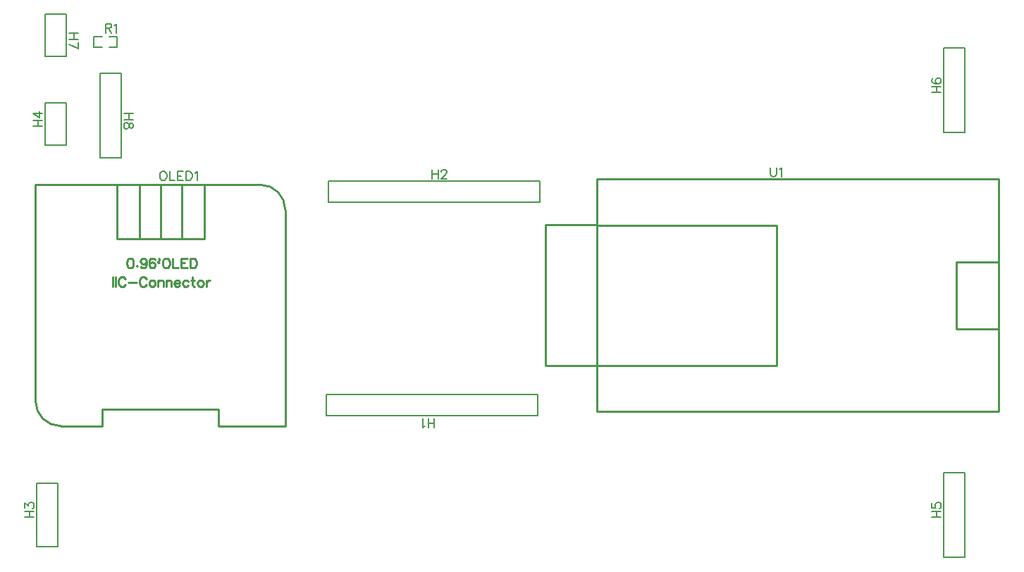
<source format=gto>
G04 Layer: TopSilkscreenLayer*
G04 EasyEDA v6.5.50, 2025-07-18 22:31:46*
G04 04dc3b07505f4677bf90bee5ef889ce6,38ef4e46ccee4584b929a847fdfc0218,10*
G04 Gerber Generator version 0.2*
G04 Scale: 100 percent, Rotated: No, Reflected: No *
G04 Dimensions in millimeters *
G04 leading zeros omitted , absolute positions ,4 integer and 5 decimal *
%FSLAX45Y45*%
%MOMM*%

%ADD10C,0.1524*%
%ADD11C,0.2500*%
%ADD12C,0.2032*%
%ADD13C,0.2030*%
%ADD14C,0.2540*%
%ADD15C,0.0195*%

%LPD*%
D10*
X5511800Y1091184D02*
G01*
X5511800Y1200150D01*
X5439156Y1091184D02*
G01*
X5439156Y1200150D01*
X5511800Y1143000D02*
G01*
X5439156Y1143000D01*
X5404865Y1112012D02*
G01*
X5394452Y1106678D01*
X5378704Y1091184D01*
X5378704Y1200150D01*
X5486400Y4192015D02*
G01*
X5486400Y4083050D01*
X5559043Y4192015D02*
G01*
X5559043Y4083050D01*
X5486400Y4140200D02*
G01*
X5559043Y4140200D01*
X5598668Y4166107D02*
G01*
X5598668Y4171187D01*
X5603747Y4181602D01*
X5609081Y4186936D01*
X5619495Y4192015D01*
X5640070Y4192015D01*
X5650484Y4186936D01*
X5655818Y4181602D01*
X5660897Y4171187D01*
X5660897Y4160773D01*
X5655818Y4150360D01*
X5645404Y4134865D01*
X5593334Y4083050D01*
X5666231Y4083050D01*
X595884Y12700D02*
G01*
X704850Y12700D01*
X595884Y85344D02*
G01*
X704850Y85344D01*
X647700Y12700D02*
G01*
X647700Y85344D01*
X595884Y130047D02*
G01*
X595884Y187197D01*
X637539Y156210D01*
X637539Y171704D01*
X642620Y182118D01*
X647700Y187197D01*
X663447Y192531D01*
X673862Y192531D01*
X689355Y187197D01*
X699770Y176784D01*
X704850Y161289D01*
X704850Y145795D01*
X699770Y130047D01*
X694689Y124968D01*
X684276Y119634D01*
X697484Y4711700D02*
G01*
X806450Y4711700D01*
X697484Y4784344D02*
G01*
X806450Y4784344D01*
X749300Y4711700D02*
G01*
X749300Y4784344D01*
X697484Y4870704D02*
G01*
X770128Y4818634D01*
X770128Y4896612D01*
X697484Y4870704D02*
G01*
X806450Y4870704D01*
X1232915Y5829300D02*
G01*
X1123950Y5829300D01*
X1232915Y5756655D02*
G01*
X1123950Y5756655D01*
X1181100Y5829300D02*
G01*
X1181100Y5756655D01*
X1232915Y5649468D02*
G01*
X1123950Y5701537D01*
X1232915Y5722365D02*
G01*
X1232915Y5649468D01*
X11492484Y12700D02*
G01*
X11601450Y12700D01*
X11492484Y85344D02*
G01*
X11601450Y85344D01*
X11544300Y12700D02*
G01*
X11544300Y85344D01*
X11492484Y182118D02*
G01*
X11492484Y130047D01*
X11539220Y124968D01*
X11534140Y130047D01*
X11528806Y145795D01*
X11528806Y161289D01*
X11534140Y176784D01*
X11544300Y187197D01*
X11560047Y192531D01*
X11570461Y192531D01*
X11585956Y187197D01*
X11596370Y176784D01*
X11601450Y161289D01*
X11601450Y145795D01*
X11596370Y130047D01*
X11591290Y124968D01*
X11580875Y119634D01*
X11492484Y5118100D02*
G01*
X11601450Y5118100D01*
X11492484Y5190744D02*
G01*
X11601450Y5190744D01*
X11544300Y5118100D02*
G01*
X11544300Y5190744D01*
X11507977Y5287518D02*
G01*
X11497563Y5282184D01*
X11492484Y5266689D01*
X11492484Y5256276D01*
X11497563Y5240781D01*
X11513311Y5230368D01*
X11539220Y5225034D01*
X11565127Y5225034D01*
X11585956Y5230368D01*
X11596370Y5240781D01*
X11601450Y5256276D01*
X11601450Y5261610D01*
X11596370Y5277104D01*
X11585956Y5287518D01*
X11570461Y5292597D01*
X11565127Y5292597D01*
X11549634Y5287518D01*
X11539220Y5277104D01*
X11534140Y5261610D01*
X11534140Y5256276D01*
X11539220Y5240781D01*
X11549634Y5230368D01*
X11565127Y5225034D01*
X1893315Y4864100D02*
G01*
X1784350Y4864100D01*
X1893315Y4791455D02*
G01*
X1784350Y4791455D01*
X1841500Y4864100D02*
G01*
X1841500Y4791455D01*
X1893315Y4731004D02*
G01*
X1888236Y4746752D01*
X1877821Y4751831D01*
X1867407Y4751831D01*
X1856994Y4746752D01*
X1851660Y4736337D01*
X1846579Y4715510D01*
X1841500Y4700015D01*
X1831086Y4689602D01*
X1820671Y4684268D01*
X1804923Y4684268D01*
X1794510Y4689602D01*
X1789429Y4694681D01*
X1784350Y4710429D01*
X1784350Y4731004D01*
X1789429Y4746752D01*
X1794510Y4751831D01*
X1804923Y4757165D01*
X1820671Y4757165D01*
X1831086Y4751831D01*
X1841500Y4741418D01*
X1846579Y4725923D01*
X1851660Y4705095D01*
X1856994Y4694681D01*
X1867407Y4689602D01*
X1877821Y4689602D01*
X1888236Y4694681D01*
X1893315Y4710429D01*
X1893315Y4731004D01*
X2246528Y4170273D02*
G01*
X2236114Y4165193D01*
X2225700Y4154779D01*
X2220366Y4144365D01*
X2215286Y4128617D01*
X2215286Y4102709D01*
X2220366Y4087215D01*
X2225700Y4076801D01*
X2236114Y4066387D01*
X2246528Y4061307D01*
X2267356Y4061307D01*
X2277516Y4066387D01*
X2287930Y4076801D01*
X2293264Y4087215D01*
X2298344Y4102709D01*
X2298344Y4128617D01*
X2293264Y4144365D01*
X2287930Y4154779D01*
X2277516Y4165193D01*
X2267356Y4170273D01*
X2246528Y4170273D01*
X2332634Y4170273D02*
G01*
X2332634Y4061307D01*
X2332634Y4061307D02*
G01*
X2395118Y4061307D01*
X2429408Y4170273D02*
G01*
X2429408Y4061307D01*
X2429408Y4170273D02*
G01*
X2496972Y4170273D01*
X2429408Y4118457D02*
G01*
X2470810Y4118457D01*
X2429408Y4061307D02*
G01*
X2496972Y4061307D01*
X2531262Y4170273D02*
G01*
X2531262Y4061307D01*
X2531262Y4170273D02*
G01*
X2567584Y4170273D01*
X2583078Y4165193D01*
X2593492Y4154779D01*
X2598826Y4144365D01*
X2603906Y4128617D01*
X2603906Y4102709D01*
X2598826Y4087215D01*
X2593492Y4076801D01*
X2583078Y4066387D01*
X2567584Y4061307D01*
X2531262Y4061307D01*
X2638196Y4149445D02*
G01*
X2648610Y4154779D01*
X2664104Y4170273D01*
X2664104Y4061307D01*
D11*
X1646938Y2901581D02*
G01*
X1646938Y2787030D01*
X1683006Y2901581D02*
G01*
X1683006Y2787030D01*
X1800860Y2874152D02*
G01*
X1795269Y2885066D01*
X1784352Y2895991D01*
X1773428Y2901581D01*
X1751581Y2901581D01*
X1740664Y2895991D01*
X1729742Y2885066D01*
X1724405Y2874152D01*
X1718815Y2857891D01*
X1718815Y2830720D01*
X1724405Y2814200D01*
X1729742Y2803281D01*
X1740664Y2792361D01*
X1751581Y2787030D01*
X1773428Y2787030D01*
X1784352Y2792361D01*
X1795269Y2803281D01*
X1800860Y2814200D01*
X1836676Y2836052D02*
G01*
X1934969Y2836052D01*
X2052827Y2874152D02*
G01*
X2047242Y2885066D01*
X2036315Y2895991D01*
X2025398Y2901581D01*
X2003554Y2901581D01*
X1992624Y2895991D01*
X1981710Y2885066D01*
X1976376Y2874152D01*
X1970788Y2857891D01*
X1970788Y2830720D01*
X1976376Y2814200D01*
X1981710Y2803281D01*
X1992624Y2792361D01*
X2003554Y2787030D01*
X2025398Y2787030D01*
X2036315Y2792361D01*
X2047242Y2803281D01*
X2052827Y2814200D01*
X2116076Y2863230D02*
G01*
X2105154Y2857891D01*
X2094224Y2846966D01*
X2088641Y2830720D01*
X2088641Y2819791D01*
X2094224Y2803281D01*
X2105154Y2792361D01*
X2116076Y2787030D01*
X2132324Y2787030D01*
X2143254Y2792361D01*
X2154176Y2803281D01*
X2159510Y2819791D01*
X2159510Y2830720D01*
X2154176Y2846966D01*
X2143254Y2857891D01*
X2132324Y2863230D01*
X2116076Y2863230D01*
X2195573Y2863230D02*
G01*
X2195573Y2787030D01*
X2195573Y2841381D02*
G01*
X2212088Y2857891D01*
X2223010Y2863230D01*
X2239263Y2863230D01*
X2250188Y2857891D01*
X2255520Y2841381D01*
X2255520Y2787030D01*
X2291582Y2863230D02*
G01*
X2291582Y2787030D01*
X2291582Y2841381D02*
G01*
X2307846Y2857891D01*
X2318768Y2863230D01*
X2335273Y2863230D01*
X2346200Y2857891D01*
X2351534Y2841381D01*
X2351534Y2787030D01*
X2387602Y2830720D02*
G01*
X2453134Y2830720D01*
X2453134Y2841381D01*
X2447546Y2852300D01*
X2442209Y2857891D01*
X2431282Y2863230D01*
X2414777Y2863230D01*
X2403856Y2857891D01*
X2392931Y2846966D01*
X2387602Y2830720D01*
X2387602Y2819791D01*
X2392931Y2803281D01*
X2403856Y2792361D01*
X2414777Y2787030D01*
X2431282Y2787030D01*
X2442209Y2792361D01*
X2453134Y2803281D01*
X2554477Y2846966D02*
G01*
X2543556Y2857891D01*
X2532631Y2863230D01*
X2516377Y2863230D01*
X2505456Y2857891D01*
X2494531Y2846966D01*
X2488948Y2830720D01*
X2488948Y2819791D01*
X2494531Y2803281D01*
X2505456Y2792361D01*
X2516377Y2787030D01*
X2532631Y2787030D01*
X2543556Y2792361D01*
X2554477Y2803281D01*
X2606804Y2901581D02*
G01*
X2606804Y2808866D01*
X2612392Y2792361D01*
X2623314Y2787030D01*
X2634231Y2787030D01*
X2590548Y2863230D02*
G01*
X2628648Y2863230D01*
X2697474Y2863230D02*
G01*
X2686560Y2857891D01*
X2675638Y2846966D01*
X2670050Y2830720D01*
X2670050Y2819791D01*
X2675638Y2803281D01*
X2686560Y2792361D01*
X2697474Y2787030D01*
X2713738Y2787030D01*
X2724660Y2792361D01*
X2735574Y2803281D01*
X2740913Y2819791D01*
X2740913Y2830720D01*
X2735574Y2846966D01*
X2724660Y2857891D01*
X2713738Y2863230D01*
X2697474Y2863230D01*
X2776984Y2863230D02*
G01*
X2776984Y2787030D01*
X2776984Y2830720D02*
G01*
X2782570Y2846966D01*
X2793491Y2857891D01*
X2804413Y2863230D01*
X2820670Y2863230D01*
X1855218Y3126115D02*
G01*
X1838960Y3120781D01*
X1828032Y3104530D01*
X1822452Y3077090D01*
X1822452Y3060839D01*
X1828032Y3033410D01*
X1838960Y3017149D01*
X1855218Y3011815D01*
X1866132Y3011815D01*
X1882650Y3017149D01*
X1893570Y3033410D01*
X1898906Y3060839D01*
X1898906Y3077090D01*
X1893570Y3104530D01*
X1882650Y3120781D01*
X1866132Y3126115D01*
X1855218Y3126115D01*
X1940306Y3038990D02*
G01*
X1934969Y3033410D01*
X1940306Y3028073D01*
X1945896Y3033410D01*
X1940306Y3038990D01*
X2052827Y3088015D02*
G01*
X2047242Y3071761D01*
X2036315Y3060839D01*
X2020064Y3055249D01*
X2014476Y3055249D01*
X1998215Y3060839D01*
X1987298Y3071761D01*
X1981710Y3088015D01*
X1981710Y3093600D01*
X1987298Y3109861D01*
X1998215Y3120781D01*
X2014476Y3126115D01*
X2020064Y3126115D01*
X2036315Y3120781D01*
X2047242Y3109861D01*
X2052827Y3088015D01*
X2052827Y3060839D01*
X2047242Y3033410D01*
X2036315Y3017149D01*
X2020064Y3011815D01*
X2009142Y3011815D01*
X1992624Y3017149D01*
X1987298Y3028073D01*
X2154176Y3109861D02*
G01*
X2148842Y3120781D01*
X2132324Y3126115D01*
X2121410Y3126115D01*
X2105154Y3120781D01*
X2094224Y3104530D01*
X2088641Y3077090D01*
X2088641Y3049915D01*
X2094224Y3028073D01*
X2105154Y3017149D01*
X2121410Y3011815D01*
X2126998Y3011815D01*
X2143254Y3017149D01*
X2154176Y3028073D01*
X2159764Y3044324D01*
X2159764Y3049915D01*
X2154176Y3066173D01*
X2143254Y3077090D01*
X2126998Y3082681D01*
X2121410Y3082681D01*
X2105154Y3077090D01*
X2094224Y3066173D01*
X2088641Y3049915D01*
X2206500Y3115452D02*
G01*
X2201163Y3120781D01*
X2206500Y3126115D01*
X2212088Y3120781D01*
X2212088Y3109861D01*
X2206500Y3098939D01*
X2201163Y3093600D01*
X2206500Y3098939D02*
G01*
X2195573Y3088015D01*
X2195573Y3077090D01*
X2201163Y3071761D01*
X2206500Y3077090D01*
X2201163Y3082681D01*
X2195573Y3077090D01*
X2280668Y3126115D02*
G01*
X2269746Y3120781D01*
X2258819Y3109861D01*
X2253482Y3098939D01*
X2247902Y3082681D01*
X2247902Y3055249D01*
X2253482Y3038990D01*
X2258819Y3028073D01*
X2269746Y3017149D01*
X2280668Y3011815D01*
X2302509Y3011815D01*
X2313434Y3017149D01*
X2324356Y3028073D01*
X2329941Y3038990D01*
X2335273Y3055249D01*
X2335273Y3082681D01*
X2329941Y3098939D01*
X2324356Y3109861D01*
X2313434Y3120781D01*
X2302509Y3126115D01*
X2280668Y3126115D01*
X2371346Y3126115D02*
G01*
X2371346Y3011815D01*
X2371346Y3011815D02*
G01*
X2436619Y3011815D01*
X2472692Y3126115D02*
G01*
X2472692Y3011815D01*
X2472692Y3126115D02*
G01*
X2543556Y3126115D01*
X2472692Y3071761D02*
G01*
X2516377Y3071761D01*
X2472692Y3011815D02*
G01*
X2543556Y3011815D01*
X2579626Y3126115D02*
G01*
X2579626Y3011815D01*
X2579626Y3126115D02*
G01*
X2617726Y3126115D01*
X2634231Y3120781D01*
X2645156Y3109861D01*
X2650492Y3098939D01*
X2656077Y3082681D01*
X2656077Y3055249D01*
X2650492Y3038990D01*
X2645156Y3028073D01*
X2634231Y3017149D01*
X2617726Y3011815D01*
X2579626Y3011815D01*
D10*
X1562100Y5944615D02*
G01*
X1562100Y5835650D01*
X1562100Y5944615D02*
G01*
X1608836Y5944615D01*
X1624329Y5939536D01*
X1629663Y5934202D01*
X1634744Y5923787D01*
X1634744Y5913373D01*
X1629663Y5902960D01*
X1624329Y5897879D01*
X1608836Y5892800D01*
X1562100Y5892800D01*
X1598421Y5892800D02*
G01*
X1634744Y5835650D01*
X1669034Y5923787D02*
G01*
X1679447Y5929121D01*
X1695195Y5944615D01*
X1695195Y5835650D01*
X9550405Y4217418D02*
G01*
X9550405Y4139440D01*
X9555485Y4123946D01*
X9565899Y4113532D01*
X9581647Y4108452D01*
X9592061Y4108452D01*
X9607555Y4113532D01*
X9617969Y4123946D01*
X9623049Y4139440D01*
X9623049Y4217418D01*
X9657339Y4196590D02*
G01*
X9667753Y4201924D01*
X9683501Y4217418D01*
X9683501Y4108452D01*
D12*
X6565900Y1231900D02*
G01*
X6756400Y1231900D01*
X6756400Y1485900D01*
X4216400Y1485900D01*
X4216400Y1231900D01*
D13*
X4216400Y1231900D02*
G01*
X6565900Y1231900D01*
D12*
X4432300Y4051300D02*
G01*
X4241800Y4051300D01*
X4241800Y3797300D01*
X6781800Y3797300D01*
X6781800Y4051300D01*
D13*
X6781800Y4051300D02*
G01*
X4432300Y4051300D01*
D12*
X736600Y165100D02*
G01*
X736600Y419100D01*
X988060Y419100D01*
X988060Y-342900D01*
X736600Y-342900D01*
X736600Y165100D01*
X838200Y4991100D02*
G01*
X1089660Y4991100D01*
X1089660Y4483100D01*
X838200Y4483100D01*
X838200Y4991100D01*
X1092200Y5549900D02*
G01*
X840739Y5549900D01*
X840739Y6057900D01*
X1092200Y6057900D01*
X1092200Y5549900D01*
X11633200Y546100D02*
G01*
X11887200Y546100D01*
X11887200Y-469900D01*
X11633200Y-469900D01*
X11633200Y-279400D01*
D13*
X11633200Y546100D02*
G01*
X11633200Y-279400D01*
D12*
X11633200Y5651500D02*
G01*
X11887200Y5651500D01*
X11887200Y4635500D01*
X11633200Y4635500D01*
X11633200Y4826000D01*
D13*
X11633200Y5651500D02*
G01*
X11633200Y4826000D01*
D12*
X1752600Y4330700D02*
G01*
X1498600Y4330700D01*
X1498600Y5346700D01*
X1752600Y5346700D01*
X1752600Y5156200D01*
D13*
X1752600Y4330700D02*
G01*
X1752600Y5156200D01*
D14*
X2922247Y1110881D02*
G01*
X3722603Y1110881D01*
X1522196Y1310779D02*
G01*
X2922247Y1310779D01*
X2922247Y1110978D02*
G01*
X2922247Y1310881D01*
X1522242Y1110881D02*
G01*
X1522242Y1310779D01*
X1968248Y3365639D02*
G01*
X1968248Y4000639D01*
X2222248Y4010924D02*
G01*
X2222248Y3365639D01*
X2476248Y3365639D02*
G01*
X2476248Y4000639D01*
X2747238Y3365639D02*
G01*
X2747238Y4011053D01*
X1697258Y3360938D02*
G01*
X2532631Y3360813D01*
X2747238Y3360938D01*
X1697258Y4010924D02*
G01*
X1697258Y3365639D01*
X722602Y4010901D02*
G01*
X3422241Y4010901D01*
X1022248Y1110881D02*
G01*
X1522242Y1110881D01*
X3722603Y3710932D02*
G01*
X3722603Y1110927D01*
X722602Y4010901D02*
G01*
X722602Y1410929D01*
D10*
X1604721Y5661639D02*
G01*
X1700608Y5661639D01*
X1700608Y5793760D01*
X1604721Y5793760D01*
X1519478Y5661639D02*
G01*
X1423591Y5661639D01*
X1423591Y5793760D01*
X1519478Y5793760D01*
D14*
X11780596Y3079699D02*
G01*
X11780596Y2279700D01*
X12290595Y2279700D01*
X11780596Y3079699D02*
G01*
X12290595Y3079699D01*
X9627900Y1834514D02*
G01*
X9627900Y3524851D01*
X7470604Y1834514D02*
G01*
X9627900Y1834514D01*
X7470604Y3524851D02*
G01*
X9626300Y3524851D01*
X6850608Y3526698D02*
G01*
X6850608Y1832701D01*
X7470604Y3526698D02*
G01*
X6850608Y3526698D01*
X7470604Y1832701D02*
G01*
X6850611Y1832701D01*
X7470604Y1282702D02*
G01*
X7470604Y4076697D01*
X12290595Y4076697D02*
G01*
X7470604Y4076697D01*
X12290595Y1282702D02*
G01*
X7470604Y1282702D01*
X12290595Y4076697D02*
G01*
X12290595Y1282702D01*
G75*
G01*
X3422399Y4011054D02*
G02*
X3722370Y3710823I-28J-300000D01*
G75*
G01*
X1022353Y1110882D02*
G02*
X722373Y1410851I20J299999D01*
M02*

</source>
